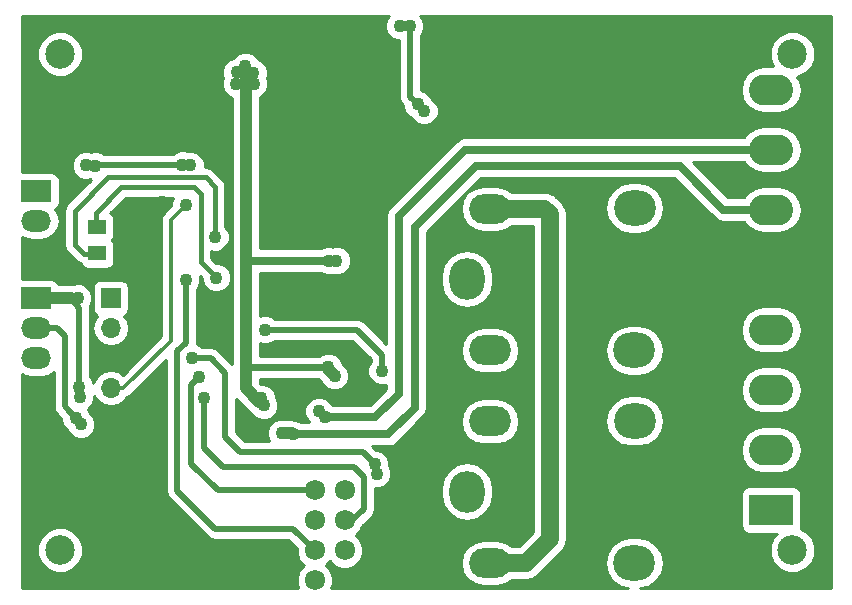
<source format=gbl>
G04 #@! TF.FileFunction,Copper,L2,Bot,Signal*
%FSLAX46Y46*%
G04 Gerber Fmt 4.6, Leading zero omitted, Abs format (unit mm)*
G04 Created by KiCad (PCBNEW 4.0.6) date 01/12/18 15:45:59*
%MOMM*%
%LPD*%
G01*
G04 APERTURE LIST*
%ADD10C,0.100000*%
%ADD11C,2.500000*%
%ADD12R,1.500000X1.250000*%
%ADD13R,2.524000X1.824000*%
%ADD14O,2.524000X1.824000*%
%ADD15R,1.700000X1.700000*%
%ADD16O,1.700000X1.700000*%
%ADD17R,1.724000X1.724000*%
%ADD18C,1.724000*%
%ADD19O,3.724000X2.624000*%
%ADD20R,3.724000X2.624000*%
%ADD21O,3.524000X2.524000*%
%ADD22O,3.524000X3.000000*%
%ADD23O,3.000000X3.524000*%
%ADD24C,1.100000*%
%ADD25C,1.500000*%
%ADD26C,0.300000*%
%ADD27C,0.800000*%
%ADD28C,0.600000*%
%ADD29C,0.700000*%
%ADD30C,1.000000*%
%ADD31C,0.500000*%
%ADD32C,0.400000*%
%ADD33C,0.350000*%
%ADD34C,0.254000*%
G04 APERTURE END LIST*
D10*
D11*
X74000000Y-136000000D03*
X136000000Y-94000000D03*
X136000000Y-136000000D03*
D12*
X77150000Y-108640000D03*
X79650000Y-108640000D03*
X77140000Y-110880000D03*
X79640000Y-110880000D03*
D13*
X72000000Y-114670000D03*
D14*
X72000000Y-117210000D03*
X72000000Y-119750000D03*
X72000000Y-122290000D03*
D15*
X78290000Y-114670000D03*
D16*
X78290000Y-117210000D03*
X78290000Y-119750000D03*
X78290000Y-122290000D03*
D17*
X98100000Y-138570000D03*
D18*
X95560000Y-138570000D03*
X98100000Y-136030000D03*
X95560000Y-136030000D03*
X98100000Y-133490000D03*
X95560000Y-133490000D03*
X98100000Y-130950000D03*
X95560000Y-130950000D03*
D19*
X134200000Y-97010000D03*
X134200000Y-102090000D03*
X134200000Y-107170000D03*
D20*
X134200000Y-112250000D03*
D19*
X134200000Y-117360000D03*
X134200000Y-122440000D03*
X134200000Y-127520000D03*
D20*
X134200000Y-132600000D03*
D21*
X110400000Y-137100000D03*
D22*
X122600000Y-137100000D03*
X122650000Y-125050000D03*
D21*
X110400000Y-125100000D03*
D23*
X108450000Y-131050000D03*
D21*
X110400000Y-119100000D03*
D22*
X122600000Y-119100000D03*
X122650000Y-107050000D03*
D21*
X110400000Y-107100000D03*
D23*
X108450000Y-113050000D03*
D13*
X72000000Y-105610000D03*
D14*
X72000000Y-108150000D03*
X72000000Y-110690000D03*
D11*
X74000000Y-94000000D03*
D24*
X115085669Y-106935777D03*
X113357037Y-107071573D03*
X114170000Y-107100000D03*
X106142580Y-117530449D03*
X105495265Y-116999071D03*
X128019696Y-91386312D03*
X127201548Y-91353586D03*
X126383401Y-91361767D03*
X128916620Y-91337090D03*
X125500000Y-91336992D03*
X81674461Y-114486788D03*
X82117785Y-113875000D03*
X81250000Y-123510000D03*
X101876731Y-131250000D03*
X106881196Y-122585407D03*
X119293953Y-93682304D03*
X119293953Y-94581325D03*
X118509412Y-94992071D03*
X118509412Y-93202095D03*
X118500000Y-94070000D03*
X113500000Y-95820000D03*
X95558738Y-104772085D03*
X97277890Y-104824181D03*
X97750000Y-109000000D03*
X92945000Y-114750000D03*
X98250000Y-118765448D03*
X81250000Y-91680000D03*
X80500000Y-91680000D03*
X79750000Y-91750000D03*
X86000000Y-91680000D03*
X83900000Y-99500000D03*
X83900000Y-98750000D03*
X92549240Y-113770000D03*
X91480000Y-136010000D03*
X82020000Y-123510000D03*
X101876731Y-132100737D03*
X82620000Y-106490000D03*
X97341699Y-118975092D03*
X98500000Y-109070000D03*
X96410000Y-104790000D03*
X112700000Y-95820000D03*
X86850000Y-91620000D03*
X83900000Y-97920000D03*
X92945000Y-122370000D03*
X106881196Y-121807590D03*
X98950000Y-123420000D03*
X75501730Y-114655854D03*
X75656608Y-123053868D03*
X75629955Y-122156555D03*
X74821650Y-114670000D03*
X76930352Y-103463316D03*
X85000000Y-103428824D03*
X84360252Y-103401216D03*
X76207713Y-103423120D03*
X91023646Y-123140850D03*
X97250000Y-121250000D03*
X97397122Y-111495339D03*
X91243011Y-123745711D03*
X90411250Y-96526610D03*
X90354094Y-95612122D03*
X88925207Y-96526610D03*
X88944259Y-95535914D03*
X89706332Y-96831439D03*
X89687280Y-95021515D03*
X96750000Y-111520000D03*
X89700000Y-95920000D03*
X96706853Y-120540918D03*
X87216087Y-112935665D03*
X77000000Y-108690000D03*
X84621512Y-106788007D03*
X87120000Y-109500000D03*
X76970000Y-110900000D03*
X92750000Y-126120000D03*
X93700000Y-126210000D03*
X95915000Y-124250000D03*
X96400000Y-124735000D03*
X75328758Y-124790656D03*
X75759195Y-125364573D03*
X100821123Y-129523280D03*
X85207832Y-119756459D03*
X100640090Y-128747008D03*
X84644223Y-113110224D03*
X86200264Y-123153782D03*
X85773018Y-121343072D03*
X102750000Y-91620000D03*
X104258798Y-98268917D03*
X104808797Y-98818916D03*
X103599998Y-91620000D03*
X91356094Y-117343060D03*
X101250000Y-120820000D03*
D25*
X110400000Y-137100000D02*
X113437408Y-137100000D01*
X113437408Y-137100000D02*
X115460000Y-135077408D01*
X115460000Y-135077408D02*
X115460000Y-107553802D01*
X115460000Y-107553802D02*
X115006198Y-107100000D01*
X115006198Y-107100000D02*
X114170000Y-107100000D01*
D26*
X115085669Y-106962148D02*
X115085669Y-106935777D01*
X114947817Y-107100000D02*
X115085669Y-106962148D01*
X114170000Y-107100000D02*
X114947817Y-107100000D01*
D25*
X114170000Y-107100000D02*
X110400000Y-107100000D01*
D27*
X106692579Y-118080448D02*
X106142580Y-117530449D01*
X106881196Y-118269065D02*
X106692579Y-118080448D01*
X106881196Y-122585407D02*
X106881196Y-118269065D01*
X106045264Y-117549070D02*
X106123959Y-117549070D01*
X106123959Y-117549070D02*
X106142580Y-117530449D01*
X105495265Y-116999071D02*
X106045264Y-117549070D01*
D28*
X78290000Y-119750000D02*
X79809397Y-119750000D01*
X79809397Y-119750000D02*
X82117785Y-117441612D01*
X82117785Y-117441612D02*
X82117785Y-114652817D01*
X82117785Y-114652817D02*
X82117785Y-113875000D01*
D26*
X81674461Y-114318324D02*
X81674461Y-114486788D01*
X82117785Y-113875000D02*
X81674461Y-114318324D01*
D29*
X82117785Y-113232785D02*
X82117785Y-113875000D01*
X79765000Y-110880000D02*
X82117785Y-113232785D01*
X79640000Y-110880000D02*
X79765000Y-110880000D01*
D26*
X82020000Y-123510000D02*
X81250000Y-123510000D01*
D30*
X101876731Y-132100737D02*
X101876731Y-131250000D01*
X106881196Y-121807590D02*
X106881196Y-122585407D01*
D31*
X98950000Y-123420000D02*
X97453254Y-123420000D01*
X97453254Y-123420000D02*
X96403254Y-122370000D01*
X96403254Y-122370000D02*
X92945000Y-122370000D01*
D26*
X119293953Y-94581325D02*
X119293953Y-93682304D01*
X118509412Y-93202095D02*
X118509412Y-94992071D01*
D30*
X112700000Y-95820000D02*
X113500000Y-95820000D01*
X112700000Y-95820000D02*
X112700000Y-97552815D01*
X107891643Y-99190000D02*
X102291643Y-104790000D01*
X112700000Y-97552815D02*
X111062815Y-99190000D01*
X111062815Y-99190000D02*
X107891643Y-99190000D01*
X102291643Y-104790000D02*
X98440000Y-104790000D01*
X95558738Y-104772085D02*
X96392085Y-104772085D01*
X96392085Y-104772085D02*
X96410000Y-104790000D01*
D26*
X95610834Y-104824181D02*
X95558738Y-104772085D01*
X97277890Y-104824181D02*
X95610834Y-104824181D01*
X96500073Y-104824181D02*
X97277890Y-104824181D01*
X96444181Y-104824181D02*
X96500073Y-104824181D01*
X96410000Y-104790000D02*
X96444181Y-104824181D01*
X98500000Y-109070000D02*
X97820000Y-109070000D01*
X97820000Y-109070000D02*
X97750000Y-109000000D01*
D31*
X92549240Y-113770000D02*
X98083271Y-113770000D01*
X98083271Y-113770000D02*
X99057042Y-112796229D01*
X99057042Y-112796229D02*
X99057042Y-109627042D01*
X99057042Y-109627042D02*
X98500000Y-109070000D01*
D26*
X92549240Y-113770000D02*
X92549240Y-114354240D01*
X92549240Y-114354240D02*
X92945000Y-114750000D01*
D28*
X98950000Y-123420000D02*
X98950000Y-119442782D01*
X98950000Y-119442782D02*
X98482310Y-118975092D01*
X98482310Y-118975092D02*
X97341699Y-118975092D01*
D31*
X97341699Y-118975092D02*
X98040356Y-118975092D01*
X98040356Y-118975092D02*
X98250000Y-118765448D01*
D30*
X86000000Y-91680000D02*
X80500000Y-91680000D01*
X80500000Y-91680000D02*
X79820000Y-91680000D01*
X79820000Y-91680000D02*
X79750000Y-91750000D01*
X86000000Y-91680000D02*
X86790000Y-91680000D01*
X86790000Y-91680000D02*
X86850000Y-91620000D01*
X85110000Y-91680000D02*
X86000000Y-91680000D01*
X83900000Y-97920000D02*
X83900000Y-99500000D01*
D26*
X83900000Y-98750000D02*
X83900000Y-99500000D01*
X83900000Y-97920000D02*
X83900000Y-98750000D01*
D32*
X82020000Y-124580000D02*
X82020000Y-126829741D01*
X82020000Y-126829741D02*
X73290148Y-126829741D01*
X73290148Y-126829741D02*
X72000000Y-125539593D01*
X72000000Y-125539593D02*
X72000000Y-122290000D01*
D31*
X82020000Y-124580000D02*
X82020000Y-133050000D01*
X82020000Y-133050000D02*
X84986251Y-136016251D01*
X84986251Y-136016251D02*
X91473749Y-136016251D01*
X91473749Y-136016251D02*
X91480000Y-136010000D01*
D32*
X82020000Y-123510000D02*
X82020000Y-124580000D01*
D28*
X79650000Y-108640000D02*
X80412438Y-108640000D01*
X80412438Y-108640000D02*
X82562438Y-106490000D01*
X82562438Y-106490000D02*
X82620000Y-106490000D01*
D31*
X79640000Y-110880000D02*
X79640000Y-112005000D01*
X79640000Y-112005000D02*
X79025000Y-112620000D01*
X79025000Y-112620000D02*
X75249411Y-112620000D01*
X75249411Y-112620000D02*
X73319411Y-110690000D01*
X73319411Y-110690000D02*
X72000000Y-110690000D01*
D30*
X79650000Y-108640000D02*
X79650000Y-110870000D01*
X79650000Y-110870000D02*
X79640000Y-110880000D01*
D28*
X82620000Y-106524785D02*
X82620000Y-106490000D01*
D30*
X98100000Y-138570000D02*
X100366656Y-138570000D01*
X100366656Y-138570000D02*
X101897816Y-137038840D01*
X101897816Y-137038840D02*
X101897816Y-132058567D01*
X101897816Y-132058567D02*
X106881196Y-127075187D01*
X106881196Y-127075187D02*
X106881196Y-122585407D01*
X98440000Y-104790000D02*
X96410000Y-104790000D01*
X98500000Y-109070000D02*
X98500000Y-104850000D01*
X98500000Y-104850000D02*
X98440000Y-104790000D01*
X83900000Y-92890000D02*
X85110000Y-91680000D01*
X83900000Y-97920000D02*
X83900000Y-92890000D01*
D26*
X75487584Y-114670000D02*
X75501730Y-114655854D01*
X74821650Y-114670000D02*
X75487584Y-114670000D01*
X75629955Y-123027215D02*
X75656608Y-123053868D01*
X75629955Y-122156555D02*
X75629955Y-123027215D01*
D31*
X75629955Y-121378738D02*
X75629955Y-122156555D01*
X74821650Y-114670000D02*
X75629955Y-115478305D01*
X75629955Y-115478305D02*
X75629955Y-121378738D01*
D30*
X72000000Y-114670000D02*
X74821650Y-114670000D01*
D26*
X76890156Y-103423120D02*
X76930352Y-103463316D01*
X76207713Y-103423120D02*
X76890156Y-103423120D01*
X84360252Y-103401216D02*
X84972392Y-103401216D01*
X84972392Y-103401216D02*
X85000000Y-103428824D01*
D31*
X84338348Y-103423120D02*
X84360252Y-103401216D01*
X76207713Y-103423120D02*
X84338348Y-103423120D01*
D30*
X96706853Y-120540918D02*
X96706853Y-120706853D01*
X96706853Y-120706853D02*
X97250000Y-121250000D01*
D29*
X96619305Y-111495339D02*
X97397122Y-111495339D01*
X89814661Y-111495339D02*
X96619305Y-111495339D01*
X89700000Y-111610000D02*
X89814661Y-111495339D01*
D26*
X91125144Y-123745711D02*
X91243011Y-123745711D01*
D30*
X89700000Y-122320567D02*
X90855081Y-123475648D01*
X89700000Y-120750000D02*
X89700000Y-122320567D01*
D26*
X90855081Y-123464919D02*
X90855081Y-123475648D01*
X90975069Y-123344931D02*
X90855081Y-123464919D01*
X90855081Y-123475648D02*
X91125144Y-123745711D01*
D30*
X89700000Y-120750000D02*
X89700000Y-111610000D01*
D28*
X96706853Y-120540918D02*
X89909082Y-120540918D01*
X89909082Y-120540918D02*
X89700000Y-120750000D01*
D26*
X90354094Y-96183677D02*
X90354094Y-95612122D01*
X89706332Y-96831439D02*
X90354094Y-96183677D01*
X88925207Y-96828131D02*
X88925207Y-96526610D01*
X88928515Y-96831439D02*
X88925207Y-96828131D01*
X89706332Y-96831439D02*
X88928515Y-96831439D01*
X89534087Y-96085913D02*
X89494258Y-96085913D01*
X89494258Y-96085913D02*
X88944259Y-95535914D01*
X89700000Y-95920000D02*
X89534087Y-96085913D01*
D30*
X89700000Y-111610000D02*
X89700000Y-96670000D01*
X89700000Y-96670000D02*
X89700000Y-95920000D01*
D32*
X77000000Y-108690000D02*
X77000000Y-107458695D01*
X77000000Y-107458695D02*
X79178695Y-105280000D01*
X79178695Y-105280000D02*
X85316004Y-105280000D01*
X85912823Y-111632401D02*
X86666088Y-112385666D01*
X85316004Y-105280000D02*
X85912823Y-105876819D01*
X85912823Y-105876819D02*
X85912823Y-111632401D01*
X86666088Y-112385666D02*
X87216087Y-112935665D01*
D33*
X78290000Y-122290000D02*
X79355437Y-122290000D01*
X79355437Y-122290000D02*
X83374236Y-118271201D01*
X83374236Y-118271201D02*
X83374236Y-108035283D01*
X83374236Y-108035283D02*
X84071513Y-107338006D01*
X84071513Y-107338006D02*
X84621512Y-106788007D01*
D32*
X76970000Y-110900000D02*
X75993276Y-110900000D01*
X75993276Y-110900000D02*
X75226817Y-110133541D01*
X75226817Y-110133541D02*
X75226817Y-107274716D01*
X75226817Y-107274716D02*
X78072672Y-104428861D01*
X78072672Y-104428861D02*
X86325591Y-104428861D01*
X86325591Y-104428861D02*
X87120000Y-105223270D01*
X87120000Y-105223270D02*
X87120000Y-109500000D01*
D29*
X93700000Y-126210000D02*
X100170544Y-126210000D01*
X101783705Y-126200890D02*
X104032958Y-123951637D01*
X100170544Y-126210000D02*
X100179654Y-126200890D01*
X100179654Y-126200890D02*
X101783705Y-126200890D01*
X104032958Y-123951637D02*
X104032958Y-108646361D01*
X130142181Y-107170000D02*
X134200000Y-107170000D01*
X104032958Y-108646361D02*
X109207174Y-103472145D01*
X109207174Y-103472145D02*
X126444326Y-103472145D01*
X126444326Y-103472145D02*
X130142181Y-107170000D01*
D30*
X92750000Y-126120000D02*
X93610000Y-126120000D01*
X93610000Y-126120000D02*
X93700000Y-126210000D01*
D29*
X96400000Y-124735000D02*
X100692901Y-124735000D01*
X100692901Y-124735000D02*
X102649786Y-122778115D01*
X102649786Y-122778115D02*
X102649786Y-107682120D01*
X102649786Y-107682120D02*
X108241906Y-102090000D01*
X108241906Y-102090000D02*
X134200000Y-102090000D01*
D26*
X96400000Y-124735000D02*
X95915000Y-124250000D01*
D31*
X72000000Y-117210000D02*
X73713803Y-117210000D01*
X73713803Y-117210000D02*
X74379625Y-117875822D01*
X74379625Y-117875822D02*
X74379625Y-123841523D01*
X74379625Y-123841523D02*
X74778759Y-124240657D01*
X74778759Y-124240657D02*
X75328758Y-124790656D01*
D26*
X75328758Y-124934136D02*
X75328758Y-124790656D01*
X75759195Y-125364573D02*
X75328758Y-124934136D01*
D31*
X100640090Y-128747008D02*
X100640090Y-129342247D01*
X100640090Y-129342247D02*
X100821123Y-129523280D01*
X87957088Y-126427088D02*
X87957088Y-120970000D01*
X85207832Y-119756459D02*
X86743547Y-119756459D01*
X86743547Y-119756459D02*
X87957088Y-120970000D01*
X100640090Y-128747008D02*
X99623082Y-127730000D01*
X99623082Y-127730000D02*
X89260000Y-127730000D01*
X89260000Y-127730000D02*
X87957088Y-126427088D01*
X84644223Y-113110224D02*
X84646746Y-113112747D01*
X84646746Y-113112747D02*
X84646746Y-118429090D01*
X84646746Y-118429090D02*
X83910000Y-119165836D01*
X83910000Y-119165836D02*
X83910000Y-130970000D01*
X83910000Y-130970000D02*
X87129762Y-134189762D01*
X87129762Y-134189762D02*
X93719762Y-134189762D01*
X93719762Y-134189762D02*
X95560000Y-136030000D01*
X98100000Y-133490000D02*
X98745382Y-133490000D01*
X98745382Y-133490000D02*
X99730709Y-132504673D01*
X99730709Y-132504673D02*
X99730709Y-129850709D01*
X87820000Y-128990000D02*
X86200264Y-127370264D01*
X99730709Y-129850709D02*
X98870000Y-128990000D01*
X98870000Y-128990000D02*
X87820000Y-128990000D01*
X86200264Y-127370264D02*
X86200264Y-123931599D01*
X86200264Y-123931599D02*
X86200264Y-123153782D01*
X85223019Y-121893071D02*
X85773018Y-121343072D01*
X85064972Y-122051118D02*
X85223019Y-121893071D01*
X85064972Y-128677630D02*
X85064972Y-122051118D01*
X87337342Y-130950000D02*
X85064972Y-128677630D01*
X95560000Y-130950000D02*
X87337342Y-130950000D01*
X103599998Y-91620000D02*
X103599998Y-97610117D01*
X103599998Y-97610117D02*
X104258798Y-98268917D01*
X91356094Y-117343060D02*
X99128104Y-117343060D01*
X99128104Y-117343060D02*
X101250000Y-119464956D01*
X101250000Y-119464956D02*
X101250000Y-120820000D01*
D34*
G36*
X82979000Y-130970000D02*
X83035804Y-131255575D01*
X83049868Y-131326279D01*
X83251684Y-131628316D01*
X86471446Y-134848078D01*
X86773483Y-135049894D01*
X86832593Y-135061652D01*
X87129762Y-135120762D01*
X93334130Y-135120762D01*
X94017197Y-135803830D01*
X94016733Y-136335575D01*
X94251146Y-136902897D01*
X94647868Y-137300312D01*
X94252671Y-137694820D01*
X94017269Y-138261732D01*
X94016733Y-138875575D01*
X94168963Y-139244000D01*
X70756000Y-139244000D01*
X70756000Y-136382415D01*
X72068665Y-136382415D01*
X72362023Y-137092395D01*
X72904748Y-137636068D01*
X73614215Y-137930665D01*
X74382415Y-137931335D01*
X75092395Y-137637977D01*
X75636068Y-137095252D01*
X75930665Y-136385785D01*
X75931335Y-135617585D01*
X75637977Y-134907605D01*
X75095252Y-134363932D01*
X74385785Y-134069335D01*
X73617585Y-134068665D01*
X72907605Y-134362023D01*
X72363932Y-134904748D01*
X72069335Y-135614215D01*
X72068665Y-136382415D01*
X70756000Y-136382415D01*
X70756000Y-121057155D01*
X71002319Y-121221740D01*
X71611934Y-121343000D01*
X72388066Y-121343000D01*
X72997681Y-121221740D01*
X73448625Y-120920429D01*
X73448625Y-123841523D01*
X73498898Y-124094261D01*
X73519493Y-124197802D01*
X73721309Y-124499839D01*
X74097683Y-124876214D01*
X74097545Y-125034443D01*
X74284558Y-125487051D01*
X74614372Y-125817441D01*
X74714995Y-126060968D01*
X75060979Y-126407556D01*
X75513260Y-126595359D01*
X76002982Y-126595786D01*
X76455590Y-126408773D01*
X76802178Y-126062789D01*
X76989981Y-125610508D01*
X76990408Y-125120786D01*
X76803395Y-124668178D01*
X76473581Y-124337788D01*
X76372958Y-124094261D01*
X76364901Y-124086190D01*
X76699591Y-123752084D01*
X76887394Y-123299803D01*
X76887709Y-122938989D01*
X77177426Y-123372580D01*
X77674118Y-123704460D01*
X78260006Y-123821000D01*
X78319994Y-123821000D01*
X78905882Y-123704460D01*
X79402574Y-123372580D01*
X79584402Y-123100456D01*
X79683014Y-123080841D01*
X79960720Y-122895283D01*
X82979000Y-119877003D01*
X82979000Y-130970000D01*
X82979000Y-130970000D01*
G37*
X82979000Y-130970000D02*
X83035804Y-131255575D01*
X83049868Y-131326279D01*
X83251684Y-131628316D01*
X86471446Y-134848078D01*
X86773483Y-135049894D01*
X86832593Y-135061652D01*
X87129762Y-135120762D01*
X93334130Y-135120762D01*
X94017197Y-135803830D01*
X94016733Y-136335575D01*
X94251146Y-136902897D01*
X94647868Y-137300312D01*
X94252671Y-137694820D01*
X94017269Y-138261732D01*
X94016733Y-138875575D01*
X94168963Y-139244000D01*
X70756000Y-139244000D01*
X70756000Y-136382415D01*
X72068665Y-136382415D01*
X72362023Y-137092395D01*
X72904748Y-137636068D01*
X73614215Y-137930665D01*
X74382415Y-137931335D01*
X75092395Y-137637977D01*
X75636068Y-137095252D01*
X75930665Y-136385785D01*
X75931335Y-135617585D01*
X75637977Y-134907605D01*
X75095252Y-134363932D01*
X74385785Y-134069335D01*
X73617585Y-134068665D01*
X72907605Y-134362023D01*
X72363932Y-134904748D01*
X72069335Y-135614215D01*
X72068665Y-136382415D01*
X70756000Y-136382415D01*
X70756000Y-121057155D01*
X71002319Y-121221740D01*
X71611934Y-121343000D01*
X72388066Y-121343000D01*
X72997681Y-121221740D01*
X73448625Y-120920429D01*
X73448625Y-123841523D01*
X73498898Y-124094261D01*
X73519493Y-124197802D01*
X73721309Y-124499839D01*
X74097683Y-124876214D01*
X74097545Y-125034443D01*
X74284558Y-125487051D01*
X74614372Y-125817441D01*
X74714995Y-126060968D01*
X75060979Y-126407556D01*
X75513260Y-126595359D01*
X76002982Y-126595786D01*
X76455590Y-126408773D01*
X76802178Y-126062789D01*
X76989981Y-125610508D01*
X76990408Y-125120786D01*
X76803395Y-124668178D01*
X76473581Y-124337788D01*
X76372958Y-124094261D01*
X76364901Y-124086190D01*
X76699591Y-123752084D01*
X76887394Y-123299803D01*
X76887709Y-122938989D01*
X77177426Y-123372580D01*
X77674118Y-123704460D01*
X78260006Y-123821000D01*
X78319994Y-123821000D01*
X78905882Y-123704460D01*
X79402574Y-123372580D01*
X79584402Y-123100456D01*
X79683014Y-123080841D01*
X79960720Y-122895283D01*
X82979000Y-119877003D01*
X82979000Y-130970000D01*
G36*
X101707017Y-90921784D02*
X101519214Y-91374065D01*
X101518787Y-91863787D01*
X101705800Y-92316395D01*
X102051784Y-92662983D01*
X102504065Y-92850786D01*
X102668998Y-92850930D01*
X102668998Y-97610117D01*
X102721814Y-97875639D01*
X102739866Y-97966396D01*
X102941682Y-98268433D01*
X103027723Y-98354474D01*
X103027585Y-98512704D01*
X103214598Y-98965312D01*
X103560582Y-99311900D01*
X103705395Y-99372032D01*
X103764597Y-99515311D01*
X104110581Y-99861899D01*
X104562862Y-100049702D01*
X105052584Y-100050129D01*
X105505192Y-99863116D01*
X105851780Y-99517132D01*
X106039583Y-99064851D01*
X106040010Y-98575129D01*
X105852997Y-98122521D01*
X105507013Y-97775933D01*
X105362200Y-97715801D01*
X105302998Y-97572522D01*
X104957014Y-97225934D01*
X104530998Y-97049037D01*
X104530998Y-97010000D01*
X131607180Y-97010000D01*
X131758888Y-97772688D01*
X132190916Y-98419264D01*
X132837492Y-98851292D01*
X133600180Y-99003000D01*
X134799820Y-99003000D01*
X135562508Y-98851292D01*
X136209084Y-98419264D01*
X136641112Y-97772688D01*
X136792820Y-97010000D01*
X136641112Y-96247312D01*
X136419692Y-95915933D01*
X137092395Y-95637977D01*
X137636068Y-95095252D01*
X137930665Y-94385785D01*
X137931335Y-93617585D01*
X137637977Y-92907605D01*
X137095252Y-92363932D01*
X136385785Y-92069335D01*
X135617585Y-92068665D01*
X134907605Y-92362023D01*
X134363932Y-92904748D01*
X134069335Y-93614215D01*
X134068665Y-94382415D01*
X134330870Y-95017000D01*
X133600180Y-95017000D01*
X132837492Y-95168708D01*
X132190916Y-95600736D01*
X131758888Y-96247312D01*
X131607180Y-97010000D01*
X104530998Y-97010000D01*
X104530998Y-92430004D01*
X104642981Y-92318216D01*
X104830784Y-91865935D01*
X104831211Y-91376213D01*
X104644198Y-90923605D01*
X104476885Y-90756000D01*
X139244000Y-90756000D01*
X139244000Y-139244000D01*
X123095872Y-139244000D01*
X123744494Y-139114981D01*
X124452061Y-138642200D01*
X124924842Y-137934633D01*
X125090861Y-137100000D01*
X124924842Y-136265367D01*
X124452061Y-135557800D01*
X123744494Y-135085019D01*
X122909861Y-134919000D01*
X122290139Y-134919000D01*
X121455506Y-135085019D01*
X120747939Y-135557800D01*
X120275158Y-136265367D01*
X120109139Y-137100000D01*
X120275158Y-137934633D01*
X120747939Y-138642200D01*
X121455506Y-139114981D01*
X122104128Y-139244000D01*
X96950866Y-139244000D01*
X97102731Y-138878268D01*
X97103267Y-138264425D01*
X96868854Y-137697103D01*
X96472132Y-137299688D01*
X96830312Y-136942132D01*
X97224820Y-137337329D01*
X97791732Y-137572731D01*
X98405575Y-137573267D01*
X98972897Y-137338854D01*
X99407329Y-136905180D01*
X99642731Y-136338268D01*
X99643267Y-135724425D01*
X99408854Y-135157103D01*
X99012132Y-134759688D01*
X99407329Y-134365180D01*
X99563900Y-133988114D01*
X100389026Y-133162989D01*
X100590841Y-132860951D01*
X100661709Y-132504673D01*
X100661709Y-130754141D01*
X101064910Y-130754493D01*
X101099649Y-130740139D01*
X106269000Y-130740139D01*
X106269000Y-131359861D01*
X106435019Y-132194494D01*
X106907800Y-132902061D01*
X107615367Y-133374842D01*
X108450000Y-133540861D01*
X109284633Y-133374842D01*
X109992200Y-132902061D01*
X110464981Y-132194494D01*
X110631000Y-131359861D01*
X110631000Y-130740139D01*
X110464981Y-129905506D01*
X109992200Y-129197939D01*
X109284633Y-128725158D01*
X108450000Y-128559139D01*
X107615367Y-128725158D01*
X106907800Y-129197939D01*
X106435019Y-129905506D01*
X106269000Y-130740139D01*
X101099649Y-130740139D01*
X101517518Y-130567480D01*
X101864106Y-130221496D01*
X102051909Y-129769215D01*
X102052336Y-129279493D01*
X101871009Y-128840646D01*
X101871303Y-128503221D01*
X101684290Y-128050613D01*
X101338306Y-127704025D01*
X100886025Y-127516222D01*
X100725797Y-127516082D01*
X100441604Y-127231890D01*
X101783705Y-127231890D01*
X102178252Y-127153410D01*
X102512732Y-126929917D01*
X104342649Y-125100000D01*
X107909139Y-125100000D01*
X108057041Y-125843554D01*
X108478231Y-126473908D01*
X109108585Y-126895098D01*
X109852139Y-127043000D01*
X110947861Y-127043000D01*
X111691415Y-126895098D01*
X112321769Y-126473908D01*
X112742959Y-125843554D01*
X112890861Y-125100000D01*
X112742959Y-124356446D01*
X112321769Y-123726092D01*
X111691415Y-123304902D01*
X110947861Y-123157000D01*
X109852139Y-123157000D01*
X109108585Y-123304902D01*
X108478231Y-123726092D01*
X108057041Y-124356446D01*
X107909139Y-125100000D01*
X104342649Y-125100000D01*
X104761985Y-124680664D01*
X104985478Y-124346184D01*
X105063958Y-123951637D01*
X105063958Y-119100000D01*
X107909139Y-119100000D01*
X108057041Y-119843554D01*
X108478231Y-120473908D01*
X109108585Y-120895098D01*
X109852139Y-121043000D01*
X110947861Y-121043000D01*
X111691415Y-120895098D01*
X112321769Y-120473908D01*
X112742959Y-119843554D01*
X112890861Y-119100000D01*
X112742959Y-118356446D01*
X112321769Y-117726092D01*
X111691415Y-117304902D01*
X110947861Y-117157000D01*
X109852139Y-117157000D01*
X109108585Y-117304902D01*
X108478231Y-117726092D01*
X108057041Y-118356446D01*
X107909139Y-119100000D01*
X105063958Y-119100000D01*
X105063958Y-112740139D01*
X106269000Y-112740139D01*
X106269000Y-113359861D01*
X106435019Y-114194494D01*
X106907800Y-114902061D01*
X107615367Y-115374842D01*
X108450000Y-115540861D01*
X109284633Y-115374842D01*
X109992200Y-114902061D01*
X110464981Y-114194494D01*
X110631000Y-113359861D01*
X110631000Y-112740139D01*
X110464981Y-111905506D01*
X109992200Y-111197939D01*
X109284633Y-110725158D01*
X108450000Y-110559139D01*
X107615367Y-110725158D01*
X106907800Y-111197939D01*
X106435019Y-111905506D01*
X106269000Y-112740139D01*
X105063958Y-112740139D01*
X105063958Y-109073415D01*
X107037373Y-107100000D01*
X107909139Y-107100000D01*
X108057041Y-107843554D01*
X108478231Y-108473908D01*
X109108585Y-108895098D01*
X109852139Y-109043000D01*
X110947861Y-109043000D01*
X111691415Y-108895098D01*
X112236325Y-108531000D01*
X114029000Y-108531000D01*
X114029000Y-134484668D01*
X112844668Y-135669000D01*
X112236325Y-135669000D01*
X111691415Y-135304902D01*
X110947861Y-135157000D01*
X109852139Y-135157000D01*
X109108585Y-135304902D01*
X108478231Y-135726092D01*
X108057041Y-136356446D01*
X107909139Y-137100000D01*
X108057041Y-137843554D01*
X108478231Y-138473908D01*
X109108585Y-138895098D01*
X109852139Y-139043000D01*
X110947861Y-139043000D01*
X111691415Y-138895098D01*
X112236325Y-138531000D01*
X113437408Y-138531000D01*
X113985028Y-138422072D01*
X114449278Y-138111870D01*
X116471870Y-136089278D01*
X116782072Y-135625028D01*
X116891000Y-135077408D01*
X116891000Y-131288000D01*
X131643659Y-131288000D01*
X131643659Y-133912000D01*
X131691144Y-134164363D01*
X131840291Y-134396144D01*
X132067862Y-134551637D01*
X132338000Y-134606341D01*
X134662860Y-134606341D01*
X134363932Y-134904748D01*
X134069335Y-135614215D01*
X134068665Y-136382415D01*
X134362023Y-137092395D01*
X134904748Y-137636068D01*
X135614215Y-137930665D01*
X136382415Y-137931335D01*
X137092395Y-137637977D01*
X137636068Y-137095252D01*
X137930665Y-136385785D01*
X137931335Y-135617585D01*
X137637977Y-134907605D01*
X137095252Y-134363932D01*
X136691870Y-134196433D01*
X136701637Y-134182138D01*
X136756341Y-133912000D01*
X136756341Y-131288000D01*
X136708856Y-131035637D01*
X136559709Y-130803856D01*
X136332138Y-130648363D01*
X136062000Y-130593659D01*
X132338000Y-130593659D01*
X132085637Y-130641144D01*
X131853856Y-130790291D01*
X131698363Y-131017862D01*
X131643659Y-131288000D01*
X116891000Y-131288000D01*
X116891000Y-127520000D01*
X131607180Y-127520000D01*
X131758888Y-128282688D01*
X132190916Y-128929264D01*
X132837492Y-129361292D01*
X133600180Y-129513000D01*
X134799820Y-129513000D01*
X135562508Y-129361292D01*
X136209084Y-128929264D01*
X136641112Y-128282688D01*
X136792820Y-127520000D01*
X136641112Y-126757312D01*
X136209084Y-126110736D01*
X135562508Y-125678708D01*
X134799820Y-125527000D01*
X133600180Y-125527000D01*
X132837492Y-125678708D01*
X132190916Y-126110736D01*
X131758888Y-126757312D01*
X131607180Y-127520000D01*
X116891000Y-127520000D01*
X116891000Y-125050000D01*
X120159139Y-125050000D01*
X120325158Y-125884633D01*
X120797939Y-126592200D01*
X121505506Y-127064981D01*
X122340139Y-127231000D01*
X122959861Y-127231000D01*
X123794494Y-127064981D01*
X124502061Y-126592200D01*
X124974842Y-125884633D01*
X125140861Y-125050000D01*
X124974842Y-124215367D01*
X124502061Y-123507800D01*
X123794494Y-123035019D01*
X122959861Y-122869000D01*
X122340139Y-122869000D01*
X121505506Y-123035019D01*
X120797939Y-123507800D01*
X120325158Y-124215367D01*
X120159139Y-125050000D01*
X116891000Y-125050000D01*
X116891000Y-122440000D01*
X131607180Y-122440000D01*
X131758888Y-123202688D01*
X132190916Y-123849264D01*
X132837492Y-124281292D01*
X133600180Y-124433000D01*
X134799820Y-124433000D01*
X135562508Y-124281292D01*
X136209084Y-123849264D01*
X136641112Y-123202688D01*
X136792820Y-122440000D01*
X136641112Y-121677312D01*
X136209084Y-121030736D01*
X135562508Y-120598708D01*
X134799820Y-120447000D01*
X133600180Y-120447000D01*
X132837492Y-120598708D01*
X132190916Y-121030736D01*
X131758888Y-121677312D01*
X131607180Y-122440000D01*
X116891000Y-122440000D01*
X116891000Y-119100000D01*
X120109139Y-119100000D01*
X120275158Y-119934633D01*
X120747939Y-120642200D01*
X121455506Y-121114981D01*
X122290139Y-121281000D01*
X122909861Y-121281000D01*
X123744494Y-121114981D01*
X124452061Y-120642200D01*
X124924842Y-119934633D01*
X125090861Y-119100000D01*
X124924842Y-118265367D01*
X124452061Y-117557800D01*
X124156033Y-117360000D01*
X131607180Y-117360000D01*
X131758888Y-118122688D01*
X132190916Y-118769264D01*
X132837492Y-119201292D01*
X133600180Y-119353000D01*
X134799820Y-119353000D01*
X135562508Y-119201292D01*
X136209084Y-118769264D01*
X136641112Y-118122688D01*
X136792820Y-117360000D01*
X136641112Y-116597312D01*
X136209084Y-115950736D01*
X135562508Y-115518708D01*
X134799820Y-115367000D01*
X133600180Y-115367000D01*
X132837492Y-115518708D01*
X132190916Y-115950736D01*
X131758888Y-116597312D01*
X131607180Y-117360000D01*
X124156033Y-117360000D01*
X123744494Y-117085019D01*
X122909861Y-116919000D01*
X122290139Y-116919000D01*
X121455506Y-117085019D01*
X120747939Y-117557800D01*
X120275158Y-118265367D01*
X120109139Y-119100000D01*
X116891000Y-119100000D01*
X116891000Y-107553802D01*
X116790788Y-107050000D01*
X120159139Y-107050000D01*
X120325158Y-107884633D01*
X120797939Y-108592200D01*
X121505506Y-109064981D01*
X122340139Y-109231000D01*
X122959861Y-109231000D01*
X123794494Y-109064981D01*
X124502061Y-108592200D01*
X124974842Y-107884633D01*
X125140861Y-107050000D01*
X124974842Y-106215367D01*
X124502061Y-105507800D01*
X123794494Y-105035019D01*
X122959861Y-104869000D01*
X122340139Y-104869000D01*
X121505506Y-105035019D01*
X120797939Y-105507800D01*
X120325158Y-106215367D01*
X120159139Y-107050000D01*
X116790788Y-107050000D01*
X116782072Y-107006182D01*
X116471870Y-106541932D01*
X116018068Y-106088130D01*
X115900383Y-106009495D01*
X115783885Y-105892794D01*
X115630254Y-105829001D01*
X115553818Y-105777928D01*
X115464442Y-105760150D01*
X115331604Y-105704991D01*
X115186502Y-105704864D01*
X115006198Y-105669000D01*
X112236325Y-105669000D01*
X111691415Y-105304902D01*
X110947861Y-105157000D01*
X109852139Y-105157000D01*
X109108585Y-105304902D01*
X108478231Y-105726092D01*
X108057041Y-106356446D01*
X107909139Y-107100000D01*
X107037373Y-107100000D01*
X109634228Y-104503145D01*
X126017272Y-104503145D01*
X129413154Y-107899027D01*
X129747634Y-108122520D01*
X130142181Y-108201000D01*
X131938168Y-108201000D01*
X132190916Y-108579264D01*
X132837492Y-109011292D01*
X133600180Y-109163000D01*
X134799820Y-109163000D01*
X135562508Y-109011292D01*
X136209084Y-108579264D01*
X136641112Y-107932688D01*
X136792820Y-107170000D01*
X136641112Y-106407312D01*
X136209084Y-105760736D01*
X135562508Y-105328708D01*
X134799820Y-105177000D01*
X133600180Y-105177000D01*
X132837492Y-105328708D01*
X132190916Y-105760736D01*
X131938168Y-106139000D01*
X130569235Y-106139000D01*
X127551235Y-103121000D01*
X131938168Y-103121000D01*
X132190916Y-103499264D01*
X132837492Y-103931292D01*
X133600180Y-104083000D01*
X134799820Y-104083000D01*
X135562508Y-103931292D01*
X136209084Y-103499264D01*
X136641112Y-102852688D01*
X136792820Y-102090000D01*
X136641112Y-101327312D01*
X136209084Y-100680736D01*
X135562508Y-100248708D01*
X134799820Y-100097000D01*
X133600180Y-100097000D01*
X132837492Y-100248708D01*
X132190916Y-100680736D01*
X131938168Y-101059000D01*
X108241906Y-101059000D01*
X107847359Y-101137480D01*
X107563256Y-101327312D01*
X107512879Y-101360973D01*
X101920759Y-106953093D01*
X101697266Y-107287573D01*
X101618786Y-107682120D01*
X101618786Y-118517110D01*
X99786420Y-116684744D01*
X99484383Y-116482928D01*
X99425273Y-116471170D01*
X99128104Y-116412060D01*
X92166098Y-116412060D01*
X92054310Y-116300077D01*
X91602029Y-116112274D01*
X91112307Y-116111847D01*
X90881000Y-116207421D01*
X90881000Y-112526339D01*
X96015204Y-112526339D01*
X96051784Y-112562983D01*
X96504065Y-112750786D01*
X96993787Y-112751213D01*
X97102965Y-112706102D01*
X97151187Y-112726125D01*
X97640909Y-112726552D01*
X98093517Y-112539539D01*
X98440105Y-112193555D01*
X98627908Y-111741274D01*
X98628335Y-111251552D01*
X98441322Y-110798944D01*
X98095338Y-110452356D01*
X97643057Y-110264553D01*
X97153335Y-110264126D01*
X97044157Y-110309237D01*
X96995935Y-110289214D01*
X96506213Y-110288787D01*
X96081343Y-110464339D01*
X90881000Y-110464339D01*
X90881000Y-97664457D01*
X91107645Y-97570810D01*
X91454233Y-97224826D01*
X91642036Y-96772545D01*
X91642463Y-96282823D01*
X91525771Y-96000407D01*
X91584880Y-95858057D01*
X91585307Y-95368335D01*
X91398294Y-94915727D01*
X91052310Y-94569139D01*
X90786742Y-94458866D01*
X90731480Y-94325120D01*
X90385496Y-93978532D01*
X89933215Y-93790729D01*
X89443493Y-93790302D01*
X88990885Y-93977315D01*
X88644297Y-94323299D01*
X88641985Y-94328867D01*
X88247864Y-94491714D01*
X87901276Y-94837698D01*
X87713473Y-95289979D01*
X87713046Y-95779701D01*
X87807511Y-96008324D01*
X87694421Y-96280675D01*
X87693994Y-96770397D01*
X87881007Y-97223005D01*
X88226991Y-97569593D01*
X88519000Y-97690845D01*
X88519000Y-120215279D01*
X87401863Y-119098143D01*
X87099826Y-118896327D01*
X87000067Y-118876484D01*
X86743547Y-118825459D01*
X86017836Y-118825459D01*
X85906048Y-118713476D01*
X85550541Y-118565857D01*
X85577746Y-118429090D01*
X85577746Y-113917709D01*
X85687206Y-113808440D01*
X85875009Y-113356159D01*
X85875436Y-112866437D01*
X85857480Y-112822980D01*
X85985074Y-112950574D01*
X85984874Y-113179452D01*
X86171887Y-113632060D01*
X86517871Y-113978648D01*
X86970152Y-114166451D01*
X87459874Y-114166878D01*
X87912482Y-113979865D01*
X88259070Y-113633881D01*
X88446873Y-113181600D01*
X88447300Y-112691878D01*
X88260287Y-112239270D01*
X87914303Y-111892682D01*
X87462022Y-111704879D01*
X87231022Y-111704678D01*
X86793823Y-111267479D01*
X86793823Y-110697467D01*
X86874065Y-110730786D01*
X87363787Y-110731213D01*
X87816395Y-110544200D01*
X88162983Y-110198216D01*
X88350786Y-109745935D01*
X88351213Y-109256213D01*
X88164200Y-108803605D01*
X88001000Y-108640120D01*
X88001000Y-105223270D01*
X87933938Y-104886126D01*
X87742961Y-104600309D01*
X86948552Y-103805900D01*
X86662735Y-103614923D01*
X86325591Y-103547861D01*
X86230897Y-103547861D01*
X86231213Y-103185037D01*
X86044200Y-102732429D01*
X85698216Y-102385841D01*
X85245935Y-102198038D01*
X84756213Y-102197611D01*
X84713825Y-102215125D01*
X84606187Y-102170430D01*
X84116465Y-102170003D01*
X83663857Y-102357016D01*
X83528517Y-102492120D01*
X77700230Y-102492120D01*
X77628568Y-102420333D01*
X77176287Y-102232530D01*
X76686565Y-102232103D01*
X76617825Y-102260506D01*
X76453648Y-102192334D01*
X75963926Y-102191907D01*
X75511318Y-102378920D01*
X75164730Y-102724904D01*
X74976927Y-103177185D01*
X74976500Y-103666907D01*
X75163513Y-104119515D01*
X75509497Y-104466103D01*
X75961778Y-104653906D01*
X76451500Y-104654333D01*
X76520240Y-104625930D01*
X76597571Y-104658040D01*
X74603856Y-106651755D01*
X74412879Y-106937572D01*
X74345817Y-107274716D01*
X74345817Y-110133541D01*
X74412879Y-110470685D01*
X74603856Y-110756502D01*
X75370315Y-111522961D01*
X75656132Y-111713938D01*
X75738039Y-111730230D01*
X75743144Y-111757363D01*
X75892291Y-111989144D01*
X76119862Y-112144637D01*
X76390000Y-112199341D01*
X77890000Y-112199341D01*
X78142363Y-112151856D01*
X78374144Y-112002709D01*
X78529637Y-111775138D01*
X78584341Y-111505000D01*
X78584341Y-110255000D01*
X78536856Y-110002637D01*
X78387709Y-109770856D01*
X78379839Y-109765479D01*
X78384144Y-109762709D01*
X78539637Y-109535138D01*
X78594341Y-109265000D01*
X78594341Y-108015000D01*
X78546856Y-107762637D01*
X78397709Y-107530856D01*
X78264666Y-107439951D01*
X79543617Y-106161000D01*
X83548961Y-106161000D01*
X83390726Y-106542072D01*
X83390494Y-106808458D01*
X82768953Y-107430000D01*
X82583395Y-107707706D01*
X82518236Y-108035283D01*
X82518236Y-117916635D01*
X79297596Y-121137275D01*
X78905882Y-120875540D01*
X78319994Y-120759000D01*
X78260006Y-120759000D01*
X77674118Y-120875540D01*
X77177426Y-121207420D01*
X76845546Y-121704112D01*
X76822606Y-121819440D01*
X76674155Y-121460160D01*
X76560955Y-121346762D01*
X76560955Y-117210000D01*
X76729006Y-117210000D01*
X76845546Y-117795888D01*
X77177426Y-118292580D01*
X77674118Y-118624460D01*
X78260006Y-118741000D01*
X78319994Y-118741000D01*
X78905882Y-118624460D01*
X79402574Y-118292580D01*
X79734454Y-117795888D01*
X79850994Y-117210000D01*
X79734454Y-116624112D01*
X79417931Y-116150403D01*
X79624144Y-116017709D01*
X79779637Y-115790138D01*
X79834341Y-115520000D01*
X79834341Y-113820000D01*
X79786856Y-113567637D01*
X79637709Y-113335856D01*
X79410138Y-113180363D01*
X79140000Y-113125659D01*
X77440000Y-113125659D01*
X77187637Y-113173144D01*
X76955856Y-113322291D01*
X76800363Y-113549862D01*
X76745659Y-113820000D01*
X76745659Y-115520000D01*
X76793144Y-115772363D01*
X76942291Y-116004144D01*
X77160276Y-116153087D01*
X76845546Y-116624112D01*
X76729006Y-117210000D01*
X76560955Y-117210000D01*
X76560955Y-115478305D01*
X76537646Y-115361124D01*
X76544713Y-115354070D01*
X76732516Y-114901789D01*
X76732943Y-114412067D01*
X76545930Y-113959459D01*
X76199946Y-113612871D01*
X75747665Y-113425068D01*
X75257943Y-113424641D01*
X75144938Y-113471334D01*
X75067585Y-113439214D01*
X74577863Y-113438787D01*
X74456338Y-113489000D01*
X73898150Y-113489000D01*
X73759709Y-113273856D01*
X73532138Y-113118363D01*
X73262000Y-113063659D01*
X70756000Y-113063659D01*
X70756000Y-109457155D01*
X71002319Y-109621740D01*
X71611934Y-109743000D01*
X72388066Y-109743000D01*
X72997681Y-109621740D01*
X73514487Y-109276421D01*
X73859806Y-108759615D01*
X73981066Y-108150000D01*
X73859806Y-107540385D01*
X73582333Y-107125118D01*
X73746144Y-107019709D01*
X73901637Y-106792138D01*
X73956341Y-106522000D01*
X73956341Y-104698000D01*
X73908856Y-104445637D01*
X73759709Y-104213856D01*
X73532138Y-104058363D01*
X73262000Y-104003659D01*
X70756000Y-104003659D01*
X70756000Y-94382415D01*
X72068665Y-94382415D01*
X72362023Y-95092395D01*
X72904748Y-95636068D01*
X73614215Y-95930665D01*
X74382415Y-95931335D01*
X75092395Y-95637977D01*
X75636068Y-95095252D01*
X75930665Y-94385785D01*
X75931335Y-93617585D01*
X75637977Y-92907605D01*
X75095252Y-92363932D01*
X74385785Y-92069335D01*
X73617585Y-92068665D01*
X72907605Y-92362023D01*
X72363932Y-92904748D01*
X72069335Y-93614215D01*
X72068665Y-94382415D01*
X70756000Y-94382415D01*
X70756000Y-90756000D01*
X101873090Y-90756000D01*
X101707017Y-90921784D01*
X101707017Y-90921784D01*
G37*
X101707017Y-90921784D02*
X101519214Y-91374065D01*
X101518787Y-91863787D01*
X101705800Y-92316395D01*
X102051784Y-92662983D01*
X102504065Y-92850786D01*
X102668998Y-92850930D01*
X102668998Y-97610117D01*
X102721814Y-97875639D01*
X102739866Y-97966396D01*
X102941682Y-98268433D01*
X103027723Y-98354474D01*
X103027585Y-98512704D01*
X103214598Y-98965312D01*
X103560582Y-99311900D01*
X103705395Y-99372032D01*
X103764597Y-99515311D01*
X104110581Y-99861899D01*
X104562862Y-100049702D01*
X105052584Y-100050129D01*
X105505192Y-99863116D01*
X105851780Y-99517132D01*
X106039583Y-99064851D01*
X106040010Y-98575129D01*
X105852997Y-98122521D01*
X105507013Y-97775933D01*
X105362200Y-97715801D01*
X105302998Y-97572522D01*
X104957014Y-97225934D01*
X104530998Y-97049037D01*
X104530998Y-97010000D01*
X131607180Y-97010000D01*
X131758888Y-97772688D01*
X132190916Y-98419264D01*
X132837492Y-98851292D01*
X133600180Y-99003000D01*
X134799820Y-99003000D01*
X135562508Y-98851292D01*
X136209084Y-98419264D01*
X136641112Y-97772688D01*
X136792820Y-97010000D01*
X136641112Y-96247312D01*
X136419692Y-95915933D01*
X137092395Y-95637977D01*
X137636068Y-95095252D01*
X137930665Y-94385785D01*
X137931335Y-93617585D01*
X137637977Y-92907605D01*
X137095252Y-92363932D01*
X136385785Y-92069335D01*
X135617585Y-92068665D01*
X134907605Y-92362023D01*
X134363932Y-92904748D01*
X134069335Y-93614215D01*
X134068665Y-94382415D01*
X134330870Y-95017000D01*
X133600180Y-95017000D01*
X132837492Y-95168708D01*
X132190916Y-95600736D01*
X131758888Y-96247312D01*
X131607180Y-97010000D01*
X104530998Y-97010000D01*
X104530998Y-92430004D01*
X104642981Y-92318216D01*
X104830784Y-91865935D01*
X104831211Y-91376213D01*
X104644198Y-90923605D01*
X104476885Y-90756000D01*
X139244000Y-90756000D01*
X139244000Y-139244000D01*
X123095872Y-139244000D01*
X123744494Y-139114981D01*
X124452061Y-138642200D01*
X124924842Y-137934633D01*
X125090861Y-137100000D01*
X124924842Y-136265367D01*
X124452061Y-135557800D01*
X123744494Y-135085019D01*
X122909861Y-134919000D01*
X122290139Y-134919000D01*
X121455506Y-135085019D01*
X120747939Y-135557800D01*
X120275158Y-136265367D01*
X120109139Y-137100000D01*
X120275158Y-137934633D01*
X120747939Y-138642200D01*
X121455506Y-139114981D01*
X122104128Y-139244000D01*
X96950866Y-139244000D01*
X97102731Y-138878268D01*
X97103267Y-138264425D01*
X96868854Y-137697103D01*
X96472132Y-137299688D01*
X96830312Y-136942132D01*
X97224820Y-137337329D01*
X97791732Y-137572731D01*
X98405575Y-137573267D01*
X98972897Y-137338854D01*
X99407329Y-136905180D01*
X99642731Y-136338268D01*
X99643267Y-135724425D01*
X99408854Y-135157103D01*
X99012132Y-134759688D01*
X99407329Y-134365180D01*
X99563900Y-133988114D01*
X100389026Y-133162989D01*
X100590841Y-132860951D01*
X100661709Y-132504673D01*
X100661709Y-130754141D01*
X101064910Y-130754493D01*
X101099649Y-130740139D01*
X106269000Y-130740139D01*
X106269000Y-131359861D01*
X106435019Y-132194494D01*
X106907800Y-132902061D01*
X107615367Y-133374842D01*
X108450000Y-133540861D01*
X109284633Y-133374842D01*
X109992200Y-132902061D01*
X110464981Y-132194494D01*
X110631000Y-131359861D01*
X110631000Y-130740139D01*
X110464981Y-129905506D01*
X109992200Y-129197939D01*
X109284633Y-128725158D01*
X108450000Y-128559139D01*
X107615367Y-128725158D01*
X106907800Y-129197939D01*
X106435019Y-129905506D01*
X106269000Y-130740139D01*
X101099649Y-130740139D01*
X101517518Y-130567480D01*
X101864106Y-130221496D01*
X102051909Y-129769215D01*
X102052336Y-129279493D01*
X101871009Y-128840646D01*
X101871303Y-128503221D01*
X101684290Y-128050613D01*
X101338306Y-127704025D01*
X100886025Y-127516222D01*
X100725797Y-127516082D01*
X100441604Y-127231890D01*
X101783705Y-127231890D01*
X102178252Y-127153410D01*
X102512732Y-126929917D01*
X104342649Y-125100000D01*
X107909139Y-125100000D01*
X108057041Y-125843554D01*
X108478231Y-126473908D01*
X109108585Y-126895098D01*
X109852139Y-127043000D01*
X110947861Y-127043000D01*
X111691415Y-126895098D01*
X112321769Y-126473908D01*
X112742959Y-125843554D01*
X112890861Y-125100000D01*
X112742959Y-124356446D01*
X112321769Y-123726092D01*
X111691415Y-123304902D01*
X110947861Y-123157000D01*
X109852139Y-123157000D01*
X109108585Y-123304902D01*
X108478231Y-123726092D01*
X108057041Y-124356446D01*
X107909139Y-125100000D01*
X104342649Y-125100000D01*
X104761985Y-124680664D01*
X104985478Y-124346184D01*
X105063958Y-123951637D01*
X105063958Y-119100000D01*
X107909139Y-119100000D01*
X108057041Y-119843554D01*
X108478231Y-120473908D01*
X109108585Y-120895098D01*
X109852139Y-121043000D01*
X110947861Y-121043000D01*
X111691415Y-120895098D01*
X112321769Y-120473908D01*
X112742959Y-119843554D01*
X112890861Y-119100000D01*
X112742959Y-118356446D01*
X112321769Y-117726092D01*
X111691415Y-117304902D01*
X110947861Y-117157000D01*
X109852139Y-117157000D01*
X109108585Y-117304902D01*
X108478231Y-117726092D01*
X108057041Y-118356446D01*
X107909139Y-119100000D01*
X105063958Y-119100000D01*
X105063958Y-112740139D01*
X106269000Y-112740139D01*
X106269000Y-113359861D01*
X106435019Y-114194494D01*
X106907800Y-114902061D01*
X107615367Y-115374842D01*
X108450000Y-115540861D01*
X109284633Y-115374842D01*
X109992200Y-114902061D01*
X110464981Y-114194494D01*
X110631000Y-113359861D01*
X110631000Y-112740139D01*
X110464981Y-111905506D01*
X109992200Y-111197939D01*
X109284633Y-110725158D01*
X108450000Y-110559139D01*
X107615367Y-110725158D01*
X106907800Y-111197939D01*
X106435019Y-111905506D01*
X106269000Y-112740139D01*
X105063958Y-112740139D01*
X105063958Y-109073415D01*
X107037373Y-107100000D01*
X107909139Y-107100000D01*
X108057041Y-107843554D01*
X108478231Y-108473908D01*
X109108585Y-108895098D01*
X109852139Y-109043000D01*
X110947861Y-109043000D01*
X111691415Y-108895098D01*
X112236325Y-108531000D01*
X114029000Y-108531000D01*
X114029000Y-134484668D01*
X112844668Y-135669000D01*
X112236325Y-135669000D01*
X111691415Y-135304902D01*
X110947861Y-135157000D01*
X109852139Y-135157000D01*
X109108585Y-135304902D01*
X108478231Y-135726092D01*
X108057041Y-136356446D01*
X107909139Y-137100000D01*
X108057041Y-137843554D01*
X108478231Y-138473908D01*
X109108585Y-138895098D01*
X109852139Y-139043000D01*
X110947861Y-139043000D01*
X111691415Y-138895098D01*
X112236325Y-138531000D01*
X113437408Y-138531000D01*
X113985028Y-138422072D01*
X114449278Y-138111870D01*
X116471870Y-136089278D01*
X116782072Y-135625028D01*
X116891000Y-135077408D01*
X116891000Y-131288000D01*
X131643659Y-131288000D01*
X131643659Y-133912000D01*
X131691144Y-134164363D01*
X131840291Y-134396144D01*
X132067862Y-134551637D01*
X132338000Y-134606341D01*
X134662860Y-134606341D01*
X134363932Y-134904748D01*
X134069335Y-135614215D01*
X134068665Y-136382415D01*
X134362023Y-137092395D01*
X134904748Y-137636068D01*
X135614215Y-137930665D01*
X136382415Y-137931335D01*
X137092395Y-137637977D01*
X137636068Y-137095252D01*
X137930665Y-136385785D01*
X137931335Y-135617585D01*
X137637977Y-134907605D01*
X137095252Y-134363932D01*
X136691870Y-134196433D01*
X136701637Y-134182138D01*
X136756341Y-133912000D01*
X136756341Y-131288000D01*
X136708856Y-131035637D01*
X136559709Y-130803856D01*
X136332138Y-130648363D01*
X136062000Y-130593659D01*
X132338000Y-130593659D01*
X132085637Y-130641144D01*
X131853856Y-130790291D01*
X131698363Y-131017862D01*
X131643659Y-131288000D01*
X116891000Y-131288000D01*
X116891000Y-127520000D01*
X131607180Y-127520000D01*
X131758888Y-128282688D01*
X132190916Y-128929264D01*
X132837492Y-129361292D01*
X133600180Y-129513000D01*
X134799820Y-129513000D01*
X135562508Y-129361292D01*
X136209084Y-128929264D01*
X136641112Y-128282688D01*
X136792820Y-127520000D01*
X136641112Y-126757312D01*
X136209084Y-126110736D01*
X135562508Y-125678708D01*
X134799820Y-125527000D01*
X133600180Y-125527000D01*
X132837492Y-125678708D01*
X132190916Y-126110736D01*
X131758888Y-126757312D01*
X131607180Y-127520000D01*
X116891000Y-127520000D01*
X116891000Y-125050000D01*
X120159139Y-125050000D01*
X120325158Y-125884633D01*
X120797939Y-126592200D01*
X121505506Y-127064981D01*
X122340139Y-127231000D01*
X122959861Y-127231000D01*
X123794494Y-127064981D01*
X124502061Y-126592200D01*
X124974842Y-125884633D01*
X125140861Y-125050000D01*
X124974842Y-124215367D01*
X124502061Y-123507800D01*
X123794494Y-123035019D01*
X122959861Y-122869000D01*
X122340139Y-122869000D01*
X121505506Y-123035019D01*
X120797939Y-123507800D01*
X120325158Y-124215367D01*
X120159139Y-125050000D01*
X116891000Y-125050000D01*
X116891000Y-122440000D01*
X131607180Y-122440000D01*
X131758888Y-123202688D01*
X132190916Y-123849264D01*
X132837492Y-124281292D01*
X133600180Y-124433000D01*
X134799820Y-124433000D01*
X135562508Y-124281292D01*
X136209084Y-123849264D01*
X136641112Y-123202688D01*
X136792820Y-122440000D01*
X136641112Y-121677312D01*
X136209084Y-121030736D01*
X135562508Y-120598708D01*
X134799820Y-120447000D01*
X133600180Y-120447000D01*
X132837492Y-120598708D01*
X132190916Y-121030736D01*
X131758888Y-121677312D01*
X131607180Y-122440000D01*
X116891000Y-122440000D01*
X116891000Y-119100000D01*
X120109139Y-119100000D01*
X120275158Y-119934633D01*
X120747939Y-120642200D01*
X121455506Y-121114981D01*
X122290139Y-121281000D01*
X122909861Y-121281000D01*
X123744494Y-121114981D01*
X124452061Y-120642200D01*
X124924842Y-119934633D01*
X125090861Y-119100000D01*
X124924842Y-118265367D01*
X124452061Y-117557800D01*
X124156033Y-117360000D01*
X131607180Y-117360000D01*
X131758888Y-118122688D01*
X132190916Y-118769264D01*
X132837492Y-119201292D01*
X133600180Y-119353000D01*
X134799820Y-119353000D01*
X135562508Y-119201292D01*
X136209084Y-118769264D01*
X136641112Y-118122688D01*
X136792820Y-117360000D01*
X136641112Y-116597312D01*
X136209084Y-115950736D01*
X135562508Y-115518708D01*
X134799820Y-115367000D01*
X133600180Y-115367000D01*
X132837492Y-115518708D01*
X132190916Y-115950736D01*
X131758888Y-116597312D01*
X131607180Y-117360000D01*
X124156033Y-117360000D01*
X123744494Y-117085019D01*
X122909861Y-116919000D01*
X122290139Y-116919000D01*
X121455506Y-117085019D01*
X120747939Y-117557800D01*
X120275158Y-118265367D01*
X120109139Y-119100000D01*
X116891000Y-119100000D01*
X116891000Y-107553802D01*
X116790788Y-107050000D01*
X120159139Y-107050000D01*
X120325158Y-107884633D01*
X120797939Y-108592200D01*
X121505506Y-109064981D01*
X122340139Y-109231000D01*
X122959861Y-109231000D01*
X123794494Y-109064981D01*
X124502061Y-108592200D01*
X124974842Y-107884633D01*
X125140861Y-107050000D01*
X124974842Y-106215367D01*
X124502061Y-105507800D01*
X123794494Y-105035019D01*
X122959861Y-104869000D01*
X122340139Y-104869000D01*
X121505506Y-105035019D01*
X120797939Y-105507800D01*
X120325158Y-106215367D01*
X120159139Y-107050000D01*
X116790788Y-107050000D01*
X116782072Y-107006182D01*
X116471870Y-106541932D01*
X116018068Y-106088130D01*
X115900383Y-106009495D01*
X115783885Y-105892794D01*
X115630254Y-105829001D01*
X115553818Y-105777928D01*
X115464442Y-105760150D01*
X115331604Y-105704991D01*
X115186502Y-105704864D01*
X115006198Y-105669000D01*
X112236325Y-105669000D01*
X111691415Y-105304902D01*
X110947861Y-105157000D01*
X109852139Y-105157000D01*
X109108585Y-105304902D01*
X108478231Y-105726092D01*
X108057041Y-106356446D01*
X107909139Y-107100000D01*
X107037373Y-107100000D01*
X109634228Y-104503145D01*
X126017272Y-104503145D01*
X129413154Y-107899027D01*
X129747634Y-108122520D01*
X130142181Y-108201000D01*
X131938168Y-108201000D01*
X132190916Y-108579264D01*
X132837492Y-109011292D01*
X133600180Y-109163000D01*
X134799820Y-109163000D01*
X135562508Y-109011292D01*
X136209084Y-108579264D01*
X136641112Y-107932688D01*
X136792820Y-107170000D01*
X136641112Y-106407312D01*
X136209084Y-105760736D01*
X135562508Y-105328708D01*
X134799820Y-105177000D01*
X133600180Y-105177000D01*
X132837492Y-105328708D01*
X132190916Y-105760736D01*
X131938168Y-106139000D01*
X130569235Y-106139000D01*
X127551235Y-103121000D01*
X131938168Y-103121000D01*
X132190916Y-103499264D01*
X132837492Y-103931292D01*
X133600180Y-104083000D01*
X134799820Y-104083000D01*
X135562508Y-103931292D01*
X136209084Y-103499264D01*
X136641112Y-102852688D01*
X136792820Y-102090000D01*
X136641112Y-101327312D01*
X136209084Y-100680736D01*
X135562508Y-100248708D01*
X134799820Y-100097000D01*
X133600180Y-100097000D01*
X132837492Y-100248708D01*
X132190916Y-100680736D01*
X131938168Y-101059000D01*
X108241906Y-101059000D01*
X107847359Y-101137480D01*
X107563256Y-101327312D01*
X107512879Y-101360973D01*
X101920759Y-106953093D01*
X101697266Y-107287573D01*
X101618786Y-107682120D01*
X101618786Y-118517110D01*
X99786420Y-116684744D01*
X99484383Y-116482928D01*
X99425273Y-116471170D01*
X99128104Y-116412060D01*
X92166098Y-116412060D01*
X92054310Y-116300077D01*
X91602029Y-116112274D01*
X91112307Y-116111847D01*
X90881000Y-116207421D01*
X90881000Y-112526339D01*
X96015204Y-112526339D01*
X96051784Y-112562983D01*
X96504065Y-112750786D01*
X96993787Y-112751213D01*
X97102965Y-112706102D01*
X97151187Y-112726125D01*
X97640909Y-112726552D01*
X98093517Y-112539539D01*
X98440105Y-112193555D01*
X98627908Y-111741274D01*
X98628335Y-111251552D01*
X98441322Y-110798944D01*
X98095338Y-110452356D01*
X97643057Y-110264553D01*
X97153335Y-110264126D01*
X97044157Y-110309237D01*
X96995935Y-110289214D01*
X96506213Y-110288787D01*
X96081343Y-110464339D01*
X90881000Y-110464339D01*
X90881000Y-97664457D01*
X91107645Y-97570810D01*
X91454233Y-97224826D01*
X91642036Y-96772545D01*
X91642463Y-96282823D01*
X91525771Y-96000407D01*
X91584880Y-95858057D01*
X91585307Y-95368335D01*
X91398294Y-94915727D01*
X91052310Y-94569139D01*
X90786742Y-94458866D01*
X90731480Y-94325120D01*
X90385496Y-93978532D01*
X89933215Y-93790729D01*
X89443493Y-93790302D01*
X88990885Y-93977315D01*
X88644297Y-94323299D01*
X88641985Y-94328867D01*
X88247864Y-94491714D01*
X87901276Y-94837698D01*
X87713473Y-95289979D01*
X87713046Y-95779701D01*
X87807511Y-96008324D01*
X87694421Y-96280675D01*
X87693994Y-96770397D01*
X87881007Y-97223005D01*
X88226991Y-97569593D01*
X88519000Y-97690845D01*
X88519000Y-120215279D01*
X87401863Y-119098143D01*
X87099826Y-118896327D01*
X87000067Y-118876484D01*
X86743547Y-118825459D01*
X86017836Y-118825459D01*
X85906048Y-118713476D01*
X85550541Y-118565857D01*
X85577746Y-118429090D01*
X85577746Y-113917709D01*
X85687206Y-113808440D01*
X85875009Y-113356159D01*
X85875436Y-112866437D01*
X85857480Y-112822980D01*
X85985074Y-112950574D01*
X85984874Y-113179452D01*
X86171887Y-113632060D01*
X86517871Y-113978648D01*
X86970152Y-114166451D01*
X87459874Y-114166878D01*
X87912482Y-113979865D01*
X88259070Y-113633881D01*
X88446873Y-113181600D01*
X88447300Y-112691878D01*
X88260287Y-112239270D01*
X87914303Y-111892682D01*
X87462022Y-111704879D01*
X87231022Y-111704678D01*
X86793823Y-111267479D01*
X86793823Y-110697467D01*
X86874065Y-110730786D01*
X87363787Y-110731213D01*
X87816395Y-110544200D01*
X88162983Y-110198216D01*
X88350786Y-109745935D01*
X88351213Y-109256213D01*
X88164200Y-108803605D01*
X88001000Y-108640120D01*
X88001000Y-105223270D01*
X87933938Y-104886126D01*
X87742961Y-104600309D01*
X86948552Y-103805900D01*
X86662735Y-103614923D01*
X86325591Y-103547861D01*
X86230897Y-103547861D01*
X86231213Y-103185037D01*
X86044200Y-102732429D01*
X85698216Y-102385841D01*
X85245935Y-102198038D01*
X84756213Y-102197611D01*
X84713825Y-102215125D01*
X84606187Y-102170430D01*
X84116465Y-102170003D01*
X83663857Y-102357016D01*
X83528517Y-102492120D01*
X77700230Y-102492120D01*
X77628568Y-102420333D01*
X77176287Y-102232530D01*
X76686565Y-102232103D01*
X76617825Y-102260506D01*
X76453648Y-102192334D01*
X75963926Y-102191907D01*
X75511318Y-102378920D01*
X75164730Y-102724904D01*
X74976927Y-103177185D01*
X74976500Y-103666907D01*
X75163513Y-104119515D01*
X75509497Y-104466103D01*
X75961778Y-104653906D01*
X76451500Y-104654333D01*
X76520240Y-104625930D01*
X76597571Y-104658040D01*
X74603856Y-106651755D01*
X74412879Y-106937572D01*
X74345817Y-107274716D01*
X74345817Y-110133541D01*
X74412879Y-110470685D01*
X74603856Y-110756502D01*
X75370315Y-111522961D01*
X75656132Y-111713938D01*
X75738039Y-111730230D01*
X75743144Y-111757363D01*
X75892291Y-111989144D01*
X76119862Y-112144637D01*
X76390000Y-112199341D01*
X77890000Y-112199341D01*
X78142363Y-112151856D01*
X78374144Y-112002709D01*
X78529637Y-111775138D01*
X78584341Y-111505000D01*
X78584341Y-110255000D01*
X78536856Y-110002637D01*
X78387709Y-109770856D01*
X78379839Y-109765479D01*
X78384144Y-109762709D01*
X78539637Y-109535138D01*
X78594341Y-109265000D01*
X78594341Y-108015000D01*
X78546856Y-107762637D01*
X78397709Y-107530856D01*
X78264666Y-107439951D01*
X79543617Y-106161000D01*
X83548961Y-106161000D01*
X83390726Y-106542072D01*
X83390494Y-106808458D01*
X82768953Y-107430000D01*
X82583395Y-107707706D01*
X82518236Y-108035283D01*
X82518236Y-117916635D01*
X79297596Y-121137275D01*
X78905882Y-120875540D01*
X78319994Y-120759000D01*
X78260006Y-120759000D01*
X77674118Y-120875540D01*
X77177426Y-121207420D01*
X76845546Y-121704112D01*
X76822606Y-121819440D01*
X76674155Y-121460160D01*
X76560955Y-121346762D01*
X76560955Y-117210000D01*
X76729006Y-117210000D01*
X76845546Y-117795888D01*
X77177426Y-118292580D01*
X77674118Y-118624460D01*
X78260006Y-118741000D01*
X78319994Y-118741000D01*
X78905882Y-118624460D01*
X79402574Y-118292580D01*
X79734454Y-117795888D01*
X79850994Y-117210000D01*
X79734454Y-116624112D01*
X79417931Y-116150403D01*
X79624144Y-116017709D01*
X79779637Y-115790138D01*
X79834341Y-115520000D01*
X79834341Y-113820000D01*
X79786856Y-113567637D01*
X79637709Y-113335856D01*
X79410138Y-113180363D01*
X79140000Y-113125659D01*
X77440000Y-113125659D01*
X77187637Y-113173144D01*
X76955856Y-113322291D01*
X76800363Y-113549862D01*
X76745659Y-113820000D01*
X76745659Y-115520000D01*
X76793144Y-115772363D01*
X76942291Y-116004144D01*
X77160276Y-116153087D01*
X76845546Y-116624112D01*
X76729006Y-117210000D01*
X76560955Y-117210000D01*
X76560955Y-115478305D01*
X76537646Y-115361124D01*
X76544713Y-115354070D01*
X76732516Y-114901789D01*
X76732943Y-114412067D01*
X76545930Y-113959459D01*
X76199946Y-113612871D01*
X75747665Y-113425068D01*
X75257943Y-113424641D01*
X75144938Y-113471334D01*
X75067585Y-113439214D01*
X74577863Y-113438787D01*
X74456338Y-113489000D01*
X73898150Y-113489000D01*
X73759709Y-113273856D01*
X73532138Y-113118363D01*
X73262000Y-113063659D01*
X70756000Y-113063659D01*
X70756000Y-109457155D01*
X71002319Y-109621740D01*
X71611934Y-109743000D01*
X72388066Y-109743000D01*
X72997681Y-109621740D01*
X73514487Y-109276421D01*
X73859806Y-108759615D01*
X73981066Y-108150000D01*
X73859806Y-107540385D01*
X73582333Y-107125118D01*
X73746144Y-107019709D01*
X73901637Y-106792138D01*
X73956341Y-106522000D01*
X73956341Y-104698000D01*
X73908856Y-104445637D01*
X73759709Y-104213856D01*
X73532138Y-104058363D01*
X73262000Y-104003659D01*
X70756000Y-104003659D01*
X70756000Y-94382415D01*
X72068665Y-94382415D01*
X72362023Y-95092395D01*
X72904748Y-95636068D01*
X73614215Y-95930665D01*
X74382415Y-95931335D01*
X75092395Y-95637977D01*
X75636068Y-95095252D01*
X75930665Y-94385785D01*
X75931335Y-93617585D01*
X75637977Y-92907605D01*
X75095252Y-92363932D01*
X74385785Y-92069335D01*
X73617585Y-92068665D01*
X72907605Y-92362023D01*
X72363932Y-92904748D01*
X72069335Y-93614215D01*
X72068665Y-94382415D01*
X70756000Y-94382415D01*
X70756000Y-90756000D01*
X101873090Y-90756000D01*
X101707017Y-90921784D01*
G36*
X100319000Y-119850588D02*
X100319000Y-120009996D01*
X100207017Y-120121784D01*
X100019214Y-120574065D01*
X100018787Y-121063787D01*
X100205800Y-121516395D01*
X100551784Y-121862983D01*
X101004065Y-122050786D01*
X101493787Y-122051213D01*
X101618786Y-121999565D01*
X101618786Y-122351061D01*
X100265847Y-123704000D01*
X97110178Y-123704000D01*
X97098216Y-123692017D01*
X96999444Y-123651003D01*
X96959200Y-123553605D01*
X96613216Y-123207017D01*
X96160935Y-123019214D01*
X95671213Y-123018787D01*
X95218605Y-123205800D01*
X94872017Y-123551784D01*
X94684214Y-124004065D01*
X94683787Y-124493787D01*
X94870800Y-124946395D01*
X95103000Y-125179000D01*
X94410178Y-125179000D01*
X94398216Y-125167017D01*
X93945935Y-124979214D01*
X93811581Y-124979097D01*
X93610000Y-124939000D01*
X93115833Y-124939000D01*
X92995935Y-124889214D01*
X92506213Y-124888787D01*
X92053605Y-125075800D01*
X91707017Y-125421784D01*
X91519214Y-125874065D01*
X91518787Y-126363787D01*
X91698613Y-126799000D01*
X89645633Y-126799000D01*
X88888088Y-126041456D01*
X88888088Y-123178841D01*
X90019988Y-124310741D01*
X90192031Y-124425697D01*
X90198811Y-124442106D01*
X90544795Y-124788694D01*
X90997076Y-124976497D01*
X91486798Y-124976924D01*
X91939406Y-124789911D01*
X92285994Y-124443927D01*
X92473797Y-123991646D01*
X92474224Y-123501924D01*
X92287211Y-123049316D01*
X92254755Y-123016803D01*
X92254859Y-122897063D01*
X92067846Y-122444455D01*
X91721862Y-122097867D01*
X91269581Y-121910064D01*
X90959413Y-121909794D01*
X90881000Y-121831381D01*
X90881000Y-121521918D01*
X95858378Y-121521918D01*
X95871760Y-121541946D01*
X96156223Y-121826409D01*
X96205800Y-121946395D01*
X96551784Y-122292983D01*
X97004065Y-122480786D01*
X97493787Y-122481213D01*
X97946395Y-122294200D01*
X98292983Y-121948216D01*
X98480786Y-121495935D01*
X98481213Y-121006213D01*
X98294200Y-120553605D01*
X97948216Y-120207017D01*
X97891018Y-120183267D01*
X97751053Y-119844523D01*
X97405069Y-119497935D01*
X96952788Y-119310132D01*
X96463066Y-119309705D01*
X96010458Y-119496718D01*
X95947148Y-119559918D01*
X90881000Y-119559918D01*
X90881000Y-118478691D01*
X91110159Y-118573846D01*
X91599881Y-118574273D01*
X92052489Y-118387260D01*
X92165887Y-118274060D01*
X98742472Y-118274060D01*
X100319000Y-119850588D01*
X100319000Y-119850588D01*
G37*
X100319000Y-119850588D02*
X100319000Y-120009996D01*
X100207017Y-120121784D01*
X100019214Y-120574065D01*
X100018787Y-121063787D01*
X100205800Y-121516395D01*
X100551784Y-121862983D01*
X101004065Y-122050786D01*
X101493787Y-122051213D01*
X101618786Y-121999565D01*
X101618786Y-122351061D01*
X100265847Y-123704000D01*
X97110178Y-123704000D01*
X97098216Y-123692017D01*
X96999444Y-123651003D01*
X96959200Y-123553605D01*
X96613216Y-123207017D01*
X96160935Y-123019214D01*
X95671213Y-123018787D01*
X95218605Y-123205800D01*
X94872017Y-123551784D01*
X94684214Y-124004065D01*
X94683787Y-124493787D01*
X94870800Y-124946395D01*
X95103000Y-125179000D01*
X94410178Y-125179000D01*
X94398216Y-125167017D01*
X93945935Y-124979214D01*
X93811581Y-124979097D01*
X93610000Y-124939000D01*
X93115833Y-124939000D01*
X92995935Y-124889214D01*
X92506213Y-124888787D01*
X92053605Y-125075800D01*
X91707017Y-125421784D01*
X91519214Y-125874065D01*
X91518787Y-126363787D01*
X91698613Y-126799000D01*
X89645633Y-126799000D01*
X88888088Y-126041456D01*
X88888088Y-123178841D01*
X90019988Y-124310741D01*
X90192031Y-124425697D01*
X90198811Y-124442106D01*
X90544795Y-124788694D01*
X90997076Y-124976497D01*
X91486798Y-124976924D01*
X91939406Y-124789911D01*
X92285994Y-124443927D01*
X92473797Y-123991646D01*
X92474224Y-123501924D01*
X92287211Y-123049316D01*
X92254755Y-123016803D01*
X92254859Y-122897063D01*
X92067846Y-122444455D01*
X91721862Y-122097867D01*
X91269581Y-121910064D01*
X90959413Y-121909794D01*
X90881000Y-121831381D01*
X90881000Y-121521918D01*
X95858378Y-121521918D01*
X95871760Y-121541946D01*
X96156223Y-121826409D01*
X96205800Y-121946395D01*
X96551784Y-122292983D01*
X97004065Y-122480786D01*
X97493787Y-122481213D01*
X97946395Y-122294200D01*
X98292983Y-121948216D01*
X98480786Y-121495935D01*
X98481213Y-121006213D01*
X98294200Y-120553605D01*
X97948216Y-120207017D01*
X97891018Y-120183267D01*
X97751053Y-119844523D01*
X97405069Y-119497935D01*
X96952788Y-119310132D01*
X96463066Y-119309705D01*
X96010458Y-119496718D01*
X95947148Y-119559918D01*
X90881000Y-119559918D01*
X90881000Y-118478691D01*
X91110159Y-118573846D01*
X91599881Y-118574273D01*
X92052489Y-118387260D01*
X92165887Y-118274060D01*
X98742472Y-118274060D01*
X100319000Y-119850588D01*
M02*

</source>
